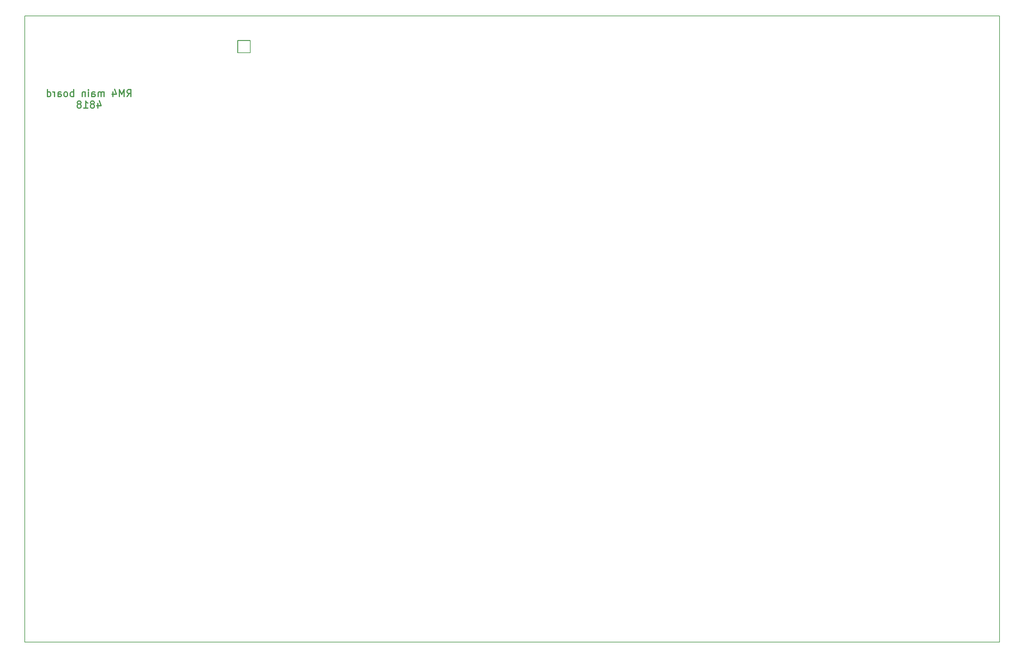
<source format=gbr>
G04 #@! TF.FileFunction,Legend,Bot*
%FSLAX46Y46*%
G04 Gerber Fmt 4.6, Leading zero omitted, Abs format (unit mm)*
G04 Created by KiCad (PCBNEW 4.0.7) date Wednesday 28 November 2018 'à' 00:54:26*
%MOMM*%
%LPD*%
G01*
G04 APERTURE LIST*
%ADD10C,0.100000*%
%ADD11C,0.300000*%
%ADD12C,0.150000*%
%ADD13C,0.075000*%
G04 APERTURE END LIST*
D10*
D11*
X79382143Y-73204762D02*
X80048810Y-72252381D01*
X80525001Y-73204762D02*
X80525001Y-71204762D01*
X79763096Y-71204762D01*
X79572620Y-71300000D01*
X79477381Y-71395238D01*
X79382143Y-71585714D01*
X79382143Y-71871429D01*
X79477381Y-72061905D01*
X79572620Y-72157143D01*
X79763096Y-72252381D01*
X80525001Y-72252381D01*
X78525001Y-73204762D02*
X78525001Y-71204762D01*
X77858334Y-72633333D01*
X77191667Y-71204762D01*
X77191667Y-73204762D01*
X75382144Y-71871429D02*
X75382144Y-73204762D01*
X75858334Y-71109524D02*
X76334525Y-72538095D01*
X75096429Y-72538095D01*
X72810715Y-73204762D02*
X72810715Y-71871429D01*
X72810715Y-72061905D02*
X72715476Y-71966667D01*
X72525000Y-71871429D01*
X72239286Y-71871429D01*
X72048810Y-71966667D01*
X71953572Y-72157143D01*
X71953572Y-73204762D01*
X71953572Y-72157143D02*
X71858334Y-71966667D01*
X71667857Y-71871429D01*
X71382143Y-71871429D01*
X71191667Y-71966667D01*
X71096429Y-72157143D01*
X71096429Y-73204762D01*
X69286905Y-73204762D02*
X69286905Y-72157143D01*
X69382143Y-71966667D01*
X69572619Y-71871429D01*
X69953571Y-71871429D01*
X70144048Y-71966667D01*
X69286905Y-73109524D02*
X69477381Y-73204762D01*
X69953571Y-73204762D01*
X70144048Y-73109524D01*
X70239286Y-72919048D01*
X70239286Y-72728571D01*
X70144048Y-72538095D01*
X69953571Y-72442857D01*
X69477381Y-72442857D01*
X69286905Y-72347619D01*
X68334524Y-73204762D02*
X68334524Y-71871429D01*
X68334524Y-71204762D02*
X68429762Y-71300000D01*
X68334524Y-71395238D01*
X68239285Y-71300000D01*
X68334524Y-71204762D01*
X68334524Y-71395238D01*
X67382143Y-71871429D02*
X67382143Y-73204762D01*
X67382143Y-72061905D02*
X67286904Y-71966667D01*
X67096428Y-71871429D01*
X66810714Y-71871429D01*
X66620238Y-71966667D01*
X66525000Y-72157143D01*
X66525000Y-73204762D01*
X64048809Y-73204762D02*
X64048809Y-71204762D01*
X64048809Y-71966667D02*
X63858332Y-71871429D01*
X63477380Y-71871429D01*
X63286904Y-71966667D01*
X63191666Y-72061905D01*
X63096428Y-72252381D01*
X63096428Y-72823810D01*
X63191666Y-73014286D01*
X63286904Y-73109524D01*
X63477380Y-73204762D01*
X63858332Y-73204762D01*
X64048809Y-73109524D01*
X61953570Y-73204762D02*
X62144046Y-73109524D01*
X62239285Y-73014286D01*
X62334523Y-72823810D01*
X62334523Y-72252381D01*
X62239285Y-72061905D01*
X62144046Y-71966667D01*
X61953570Y-71871429D01*
X61667856Y-71871429D01*
X61477380Y-71966667D01*
X61382142Y-72061905D01*
X61286904Y-72252381D01*
X61286904Y-72823810D01*
X61382142Y-73014286D01*
X61477380Y-73109524D01*
X61667856Y-73204762D01*
X61953570Y-73204762D01*
X59572618Y-73204762D02*
X59572618Y-72157143D01*
X59667856Y-71966667D01*
X59858332Y-71871429D01*
X60239284Y-71871429D01*
X60429761Y-71966667D01*
X59572618Y-73109524D02*
X59763094Y-73204762D01*
X60239284Y-73204762D01*
X60429761Y-73109524D01*
X60524999Y-72919048D01*
X60524999Y-72728571D01*
X60429761Y-72538095D01*
X60239284Y-72442857D01*
X59763094Y-72442857D01*
X59572618Y-72347619D01*
X58620237Y-73204762D02*
X58620237Y-71871429D01*
X58620237Y-72252381D02*
X58524998Y-72061905D01*
X58429760Y-71966667D01*
X58239284Y-71871429D01*
X58048808Y-71871429D01*
X56524999Y-73204762D02*
X56524999Y-71204762D01*
X56524999Y-73109524D02*
X56715475Y-73204762D01*
X57096427Y-73204762D01*
X57286903Y-73109524D01*
X57382142Y-73014286D01*
X57477380Y-72823810D01*
X57477380Y-72252381D01*
X57382142Y-72061905D01*
X57286903Y-71966667D01*
X57096427Y-71871429D01*
X56715475Y-71871429D01*
X56524999Y-71966667D01*
X71001191Y-75171429D02*
X71001191Y-76504762D01*
X71477381Y-74409524D02*
X71953572Y-75838095D01*
X70715476Y-75838095D01*
X69667857Y-75361905D02*
X69858333Y-75266667D01*
X69953572Y-75171429D01*
X70048810Y-74980952D01*
X70048810Y-74885714D01*
X69953572Y-74695238D01*
X69858333Y-74600000D01*
X69667857Y-74504762D01*
X69286905Y-74504762D01*
X69096429Y-74600000D01*
X69001191Y-74695238D01*
X68905952Y-74885714D01*
X68905952Y-74980952D01*
X69001191Y-75171429D01*
X69096429Y-75266667D01*
X69286905Y-75361905D01*
X69667857Y-75361905D01*
X69858333Y-75457143D01*
X69953572Y-75552381D01*
X70048810Y-75742857D01*
X70048810Y-76123810D01*
X69953572Y-76314286D01*
X69858333Y-76409524D01*
X69667857Y-76504762D01*
X69286905Y-76504762D01*
X69096429Y-76409524D01*
X69001191Y-76314286D01*
X68905952Y-76123810D01*
X68905952Y-75742857D01*
X69001191Y-75552381D01*
X69096429Y-75457143D01*
X69286905Y-75361905D01*
X67001190Y-76504762D02*
X68144048Y-76504762D01*
X67572619Y-76504762D02*
X67572619Y-74504762D01*
X67763095Y-74790476D01*
X67953571Y-74980952D01*
X68144048Y-75076190D01*
X65858333Y-75361905D02*
X66048809Y-75266667D01*
X66144048Y-75171429D01*
X66239286Y-74980952D01*
X66239286Y-74885714D01*
X66144048Y-74695238D01*
X66048809Y-74600000D01*
X65858333Y-74504762D01*
X65477381Y-74504762D01*
X65286905Y-74600000D01*
X65191667Y-74695238D01*
X65096428Y-74885714D01*
X65096428Y-74980952D01*
X65191667Y-75171429D01*
X65286905Y-75266667D01*
X65477381Y-75361905D01*
X65858333Y-75361905D01*
X66048809Y-75457143D01*
X66144048Y-75552381D01*
X66239286Y-75742857D01*
X66239286Y-76123810D01*
X66144048Y-76314286D01*
X66048809Y-76409524D01*
X65858333Y-76504762D01*
X65477381Y-76504762D01*
X65286905Y-76409524D01*
X65191667Y-76314286D01*
X65096428Y-76123810D01*
X65096428Y-75742857D01*
X65191667Y-75552381D01*
X65286905Y-75457143D01*
X65477381Y-75361905D01*
D12*
X111180000Y-60605000D02*
X111180000Y-57030000D01*
X114780000Y-60605000D02*
X111180000Y-60605000D01*
X114780000Y-57030000D02*
X114780000Y-60605000D01*
X111180000Y-57030000D02*
X114780000Y-57030000D01*
X50000000Y-230000000D02*
X50000000Y-50000000D01*
X330000000Y-230000000D02*
X50000000Y-230000000D01*
X330000000Y-50000000D02*
X330000000Y-230000000D01*
X50000000Y-50000000D02*
X330000000Y-50000000D01*
D13*
X114755000Y-60580000D02*
X111255000Y-60580000D01*
X111255000Y-60580000D02*
X111255000Y-57080000D01*
X114755000Y-57080000D02*
X111255000Y-57080000D01*
X114755000Y-60580000D02*
X114755000Y-57080000D01*
M02*

</source>
